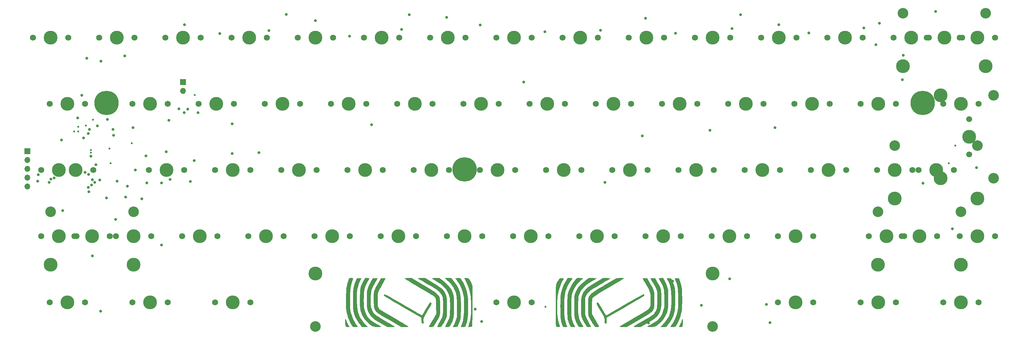
<source format=gbr>
%TF.GenerationSoftware,KiCad,Pcbnew,(6.0.10)*%
%TF.CreationDate,2023-01-19T12:44:57+01:00*%
%TF.ProjectId,SST60,53535436-302e-46b6-9963-61645f706362,0.1*%
%TF.SameCoordinates,Original*%
%TF.FileFunction,Soldermask,Top*%
%TF.FilePolarity,Negative*%
%FSLAX46Y46*%
G04 Gerber Fmt 4.6, Leading zero omitted, Abs format (unit mm)*
G04 Created by KiCad (PCBNEW (6.0.10)) date 2023-01-19 12:44:57*
%MOMM*%
%LPD*%
G01*
G04 APERTURE LIST*
%ADD10C,3.987800*%
%ADD11C,1.750000*%
%ADD12C,1.000000*%
%ADD13C,7.001300*%
%ADD14C,7.000240*%
%ADD15C,3.048000*%
%ADD16C,1.701800*%
%ADD17R,1.700000X1.700000*%
%ADD18O,1.700000X1.700000*%
%ADD19C,0.800000*%
%ADD20C,0.600000*%
G04 APERTURE END LIST*
%TO.C,G\u002A\u002A\u002A*%
G36*
X137606800Y-118447364D02*
G01*
X137689629Y-118469711D01*
X137637013Y-118578774D01*
X137490520Y-118849355D01*
X137267182Y-119250857D01*
X136984028Y-119752680D01*
X136658090Y-120324223D01*
X136635838Y-120363042D01*
X136294117Y-120975246D01*
X135985949Y-121557855D01*
X135731637Y-122070059D01*
X135551487Y-122471048D01*
X135467779Y-122710694D01*
X135427351Y-123006978D01*
X135395122Y-123468861D01*
X135373729Y-124040178D01*
X135365809Y-124664762D01*
X135366549Y-124866522D01*
X135383305Y-125649696D01*
X135426592Y-126247879D01*
X135507041Y-126697341D01*
X135635281Y-127034354D01*
X135821941Y-127295191D01*
X136077651Y-127516123D01*
X136159873Y-127573613D01*
X136335587Y-127683476D01*
X136680007Y-127890870D01*
X137169909Y-128182091D01*
X137782067Y-128543439D01*
X138493255Y-128961212D01*
X139280250Y-129421709D01*
X140119824Y-129911226D01*
X140296179Y-130013834D01*
X141133867Y-130502472D01*
X141915110Y-130960921D01*
X142618200Y-131376238D01*
X143221428Y-131735479D01*
X143703088Y-132025703D01*
X144041471Y-132233965D01*
X144214871Y-132347324D01*
X144229772Y-132359199D01*
X144275156Y-132428560D01*
X144212372Y-132473128D01*
X144010350Y-132497811D01*
X143638018Y-132507515D01*
X143286977Y-132508108D01*
X142181768Y-132505025D01*
X139020633Y-130680804D01*
X138106149Y-130153211D01*
X137363347Y-129724272D01*
X136772038Y-129381304D01*
X136312036Y-129111624D01*
X135963150Y-128902547D01*
X135705194Y-128741390D01*
X135517979Y-128615470D01*
X135381317Y-128512102D01*
X135275020Y-128418602D01*
X135178900Y-128322288D01*
X135072768Y-128210475D01*
X135048841Y-128185426D01*
X134802417Y-127913080D01*
X134611400Y-127651039D01*
X134468857Y-127366579D01*
X134367854Y-127026977D01*
X134301458Y-126599512D01*
X134262735Y-126051459D01*
X134244752Y-125350097D01*
X134240575Y-124462703D01*
X134240641Y-124371167D01*
X134241141Y-123670208D01*
X134249370Y-123120328D01*
X134277795Y-122677336D01*
X134338888Y-122297041D01*
X134445117Y-121935253D01*
X134608951Y-121547781D01*
X134842860Y-121090435D01*
X135159314Y-120519024D01*
X135496049Y-119922107D01*
X136308557Y-118480186D01*
X136999093Y-118447164D01*
X137357203Y-118438150D01*
X137606800Y-118447364D01*
G37*
G36*
X212080859Y-123179893D02*
G01*
X212099509Y-123389744D01*
X211977699Y-123609962D01*
X211938091Y-123646533D01*
X211810828Y-123728458D01*
X211509556Y-123910374D01*
X211052516Y-124181597D01*
X210457952Y-124531437D01*
X209744104Y-124949208D01*
X208929214Y-125424222D01*
X208031524Y-125945792D01*
X207069275Y-126503231D01*
X206530886Y-126814450D01*
X201300546Y-129835581D01*
X201279818Y-130535613D01*
X201267858Y-130924823D01*
X201257607Y-131232711D01*
X201252089Y-131374291D01*
X201151605Y-131478643D01*
X200967795Y-131512937D01*
X200755981Y-131465270D01*
X200681764Y-131374291D01*
X200679330Y-131194218D01*
X200682037Y-130870996D01*
X200687363Y-130570142D01*
X200689069Y-130344293D01*
X200673923Y-130147407D01*
X200627750Y-129947563D01*
X200536375Y-129712838D01*
X200385621Y-129411308D01*
X200161313Y-129011052D01*
X199849275Y-128480147D01*
X199497505Y-127890648D01*
X199077762Y-127181045D01*
X198766623Y-126635362D01*
X198552780Y-126230891D01*
X198424924Y-125944919D01*
X198371749Y-125754736D01*
X198379162Y-125644578D01*
X198531477Y-125445012D01*
X198743281Y-125448830D01*
X198938413Y-125606605D01*
X199047677Y-125763390D01*
X199245813Y-126076898D01*
X199511066Y-126511569D01*
X199821682Y-127031844D01*
X200091944Y-127492195D01*
X200413217Y-128038321D01*
X200697067Y-128510962D01*
X200924596Y-128879451D01*
X201076912Y-129113120D01*
X201133611Y-129182877D01*
X201237151Y-129128384D01*
X201514630Y-128971963D01*
X201948531Y-128723737D01*
X202521339Y-128393827D01*
X203215536Y-127992359D01*
X204013608Y-127529454D01*
X204898038Y-127015235D01*
X205851309Y-126459826D01*
X206461102Y-126103971D01*
X207451969Y-125528017D01*
X208388967Y-124988452D01*
X209254037Y-124495329D01*
X210029125Y-124058700D01*
X210696172Y-123688618D01*
X211237123Y-123395137D01*
X211633921Y-123188308D01*
X211868508Y-123078186D01*
X211923766Y-123062689D01*
X212080859Y-123179893D01*
G37*
G36*
X128233016Y-118438135D02*
G01*
X128318777Y-118508244D01*
X128316463Y-118668045D01*
X128232203Y-118953103D01*
X128072127Y-119398987D01*
X127983024Y-119644815D01*
X127781845Y-120308648D01*
X127627854Y-121064678D01*
X127518366Y-121939574D01*
X127450699Y-122960006D01*
X127422168Y-124152647D01*
X127425008Y-125190666D01*
X127436426Y-126000006D01*
X127451747Y-126629425D01*
X127474914Y-127120835D01*
X127509869Y-127516149D01*
X127560553Y-127857279D01*
X127630909Y-128186138D01*
X127724878Y-128544639D01*
X127748395Y-128629094D01*
X128003263Y-129411261D01*
X128323738Y-130200385D01*
X128681588Y-130937305D01*
X129048585Y-131562863D01*
X129329982Y-131943587D01*
X129541744Y-132202609D01*
X129677151Y-132390567D01*
X129703603Y-132445634D01*
X129602403Y-132478995D01*
X129337587Y-132502602D01*
X128981264Y-132511190D01*
X128258926Y-132511190D01*
X127887928Y-131928876D01*
X127476080Y-131241777D01*
X127146970Y-130587309D01*
X126881783Y-129912082D01*
X126661700Y-129162703D01*
X126467906Y-128285780D01*
X126325877Y-127496711D01*
X126297483Y-127199854D01*
X126276893Y-126723185D01*
X126263809Y-126108582D01*
X126257935Y-125397918D01*
X126258971Y-124633071D01*
X126266622Y-123855915D01*
X126280589Y-123108325D01*
X126300574Y-122432178D01*
X126326281Y-121869349D01*
X126357412Y-121461712D01*
X126369450Y-121364029D01*
X126478587Y-120757314D01*
X126635356Y-120068673D01*
X126816106Y-119392195D01*
X126997183Y-118821970D01*
X127032904Y-118724877D01*
X127117382Y-118553212D01*
X127245518Y-118463452D01*
X127481829Y-118429422D01*
X127772746Y-118424728D01*
X128053048Y-118422152D01*
X128233016Y-118438135D01*
G37*
G36*
X217996070Y-119284335D02*
G01*
X218258386Y-119810286D01*
X218515430Y-120394343D01*
X218715458Y-120918228D01*
X218730392Y-120962933D01*
X218816142Y-121235778D01*
X218881481Y-121487715D01*
X218929184Y-121754140D01*
X218962022Y-122070446D01*
X218982771Y-122472030D01*
X218994203Y-122994285D01*
X218999092Y-123672606D01*
X219000177Y-124405870D01*
X218996713Y-125369083D01*
X218981556Y-126148409D01*
X218948673Y-126781724D01*
X218892030Y-127306903D01*
X218805593Y-127761822D01*
X218683330Y-128184356D01*
X218519206Y-128612381D01*
X218307189Y-129083771D01*
X218228662Y-129249086D01*
X217966023Y-129747233D01*
X217669810Y-130190420D01*
X217290256Y-130646018D01*
X216870302Y-131087916D01*
X216313629Y-131627195D01*
X215840452Y-132013602D01*
X215400395Y-132271150D01*
X214943078Y-132423853D01*
X214418124Y-132495721D01*
X213884292Y-132511190D01*
X213431514Y-132500966D01*
X213106597Y-132473041D01*
X212947990Y-132431540D01*
X212940818Y-132410008D01*
X213060967Y-132314213D01*
X213328436Y-132144833D01*
X213694486Y-131932069D01*
X213862429Y-131838933D01*
X214837453Y-131269991D01*
X215625609Y-130720833D01*
X216255622Y-130158997D01*
X216756217Y-129552018D01*
X217156120Y-128867433D01*
X217484055Y-128072778D01*
X217649546Y-127558942D01*
X217727918Y-127277492D01*
X217785929Y-127008851D01*
X217825933Y-126715296D01*
X217850283Y-126359103D01*
X217861332Y-125902549D01*
X217861431Y-125307910D01*
X217852935Y-124537464D01*
X217850171Y-124342349D01*
X217831513Y-123406688D01*
X217799506Y-122651064D01*
X217744886Y-122033720D01*
X217658389Y-121512895D01*
X217530749Y-121046831D01*
X217352703Y-120593769D01*
X217114986Y-120111950D01*
X216808332Y-119559615D01*
X216776929Y-119504834D01*
X216542771Y-119092011D01*
X216356982Y-118754897D01*
X216243151Y-118536866D01*
X216218886Y-118478851D01*
X216319609Y-118450119D01*
X216581078Y-118430493D01*
X216874754Y-118424728D01*
X217530621Y-118424728D01*
X217996070Y-119284335D01*
G37*
G36*
X130617830Y-118450158D02*
G01*
X130672880Y-118517575D01*
X130644460Y-118652787D01*
X130639513Y-118668478D01*
X130528357Y-118925631D01*
X130352623Y-119247724D01*
X130301037Y-119331894D01*
X130167841Y-119605701D01*
X130005712Y-120032545D01*
X129836971Y-120549631D01*
X129709667Y-120995650D01*
X129586927Y-121471248D01*
X129498778Y-121866771D01*
X129439740Y-122235949D01*
X129404333Y-122632513D01*
X129387074Y-123110193D01*
X129382485Y-123722720D01*
X129383593Y-124192413D01*
X129409531Y-125386972D01*
X129475386Y-126470919D01*
X129578184Y-127416035D01*
X129714952Y-128194106D01*
X129860519Y-128716744D01*
X130257984Y-129618304D01*
X130793728Y-130519360D01*
X131418036Y-131345698D01*
X132067438Y-132011120D01*
X132639094Y-132511190D01*
X130827625Y-132511190D01*
X130450498Y-132039793D01*
X130020226Y-131464592D01*
X129552026Y-130774965D01*
X129281467Y-130348308D01*
X128952166Y-129694295D01*
X128664946Y-128861798D01*
X128413608Y-127832121D01*
X128362147Y-127575383D01*
X128331000Y-127303703D01*
X128303351Y-126850506D01*
X128280590Y-126256097D01*
X128264106Y-125560782D01*
X128255290Y-124804868D01*
X128254192Y-124445129D01*
X128263771Y-123339541D01*
X128296793Y-122418890D01*
X128358884Y-121647000D01*
X128455674Y-120987689D01*
X128592791Y-120404780D01*
X128775863Y-119862093D01*
X129010519Y-119323448D01*
X129069995Y-119201147D01*
X129426310Y-118480186D01*
X130073402Y-118446644D01*
X130433330Y-118432520D01*
X130617830Y-118450158D01*
G37*
G36*
X221500842Y-118446922D02*
G01*
X222124281Y-118480186D01*
X222372895Y-119201147D01*
X222550680Y-119735718D01*
X222691160Y-120216469D01*
X222798641Y-120680406D01*
X222877428Y-121164539D01*
X222931827Y-121705873D01*
X222966145Y-122341418D01*
X222984686Y-123108180D01*
X222991758Y-124043168D01*
X222992345Y-124525164D01*
X222989469Y-125504635D01*
X222979854Y-126293145D01*
X222962018Y-126921506D01*
X222934481Y-127420531D01*
X222895761Y-127821029D01*
X222844378Y-128153812D01*
X222809909Y-128320354D01*
X222396846Y-129774894D01*
X221853791Y-131060529D01*
X221550438Y-131610762D01*
X221043777Y-132455732D01*
X220295087Y-132488529D01*
X219920378Y-132495398D01*
X219651840Y-132482110D01*
X219546450Y-132451542D01*
X219546397Y-132450702D01*
X219612745Y-132333136D01*
X219782606Y-132109099D01*
X219920017Y-131943587D01*
X220229962Y-131512938D01*
X220565792Y-130933319D01*
X220895336Y-130269862D01*
X221186424Y-129587701D01*
X221406886Y-128951968D01*
X221420131Y-128906387D01*
X221565812Y-128366293D01*
X221677519Y-127865456D01*
X221758698Y-127363708D01*
X221812794Y-126820880D01*
X221843252Y-126196804D01*
X221853520Y-125451311D01*
X221847041Y-124544232D01*
X221838751Y-124026038D01*
X221817979Y-123075514D01*
X221789400Y-122305818D01*
X221746851Y-121675950D01*
X221684170Y-121144909D01*
X221595193Y-120671694D01*
X221473760Y-120215305D01*
X221313707Y-119734742D01*
X221113574Y-119201147D01*
X220986535Y-118858832D01*
X220900816Y-118601033D01*
X220877458Y-118502380D01*
X220977561Y-118459647D01*
X221236411Y-118441240D01*
X221500842Y-118446922D01*
G37*
G36*
X137433840Y-123133146D02*
G01*
X137584041Y-123180839D01*
X137801777Y-123275297D01*
X138102027Y-123424553D01*
X138499768Y-123636642D01*
X139009978Y-123919598D01*
X139647634Y-124281454D01*
X140427715Y-124730245D01*
X141365198Y-125274004D01*
X142475061Y-125920765D01*
X142766528Y-126090914D01*
X143755427Y-126667787D01*
X144686234Y-127209687D01*
X145541469Y-127706511D01*
X146303655Y-128148158D01*
X146955314Y-128524527D01*
X147478967Y-128825516D01*
X147857137Y-129041023D01*
X148072345Y-129160948D01*
X148116389Y-129182877D01*
X148187515Y-129092117D01*
X148350365Y-128839741D01*
X148586046Y-128456414D01*
X148875661Y-127972807D01*
X149158056Y-127492195D01*
X149489488Y-126928608D01*
X149793199Y-126421785D01*
X150047435Y-126007287D01*
X150230443Y-125720671D01*
X150311587Y-125606605D01*
X150546750Y-125433286D01*
X150750592Y-125465722D01*
X150871391Y-125646073D01*
X150877859Y-125767211D01*
X150821146Y-125960858D01*
X150689780Y-126249996D01*
X150472290Y-126657607D01*
X150157203Y-127206673D01*
X149751886Y-127888799D01*
X149351826Y-128556989D01*
X149051971Y-129067057D01*
X148838125Y-129450940D01*
X148696091Y-129740576D01*
X148611672Y-129967903D01*
X148570672Y-130164858D01*
X148558894Y-130363378D01*
X148561476Y-130566799D01*
X148568424Y-130947959D01*
X148570483Y-131247335D01*
X148568236Y-131374291D01*
X148473834Y-131484317D01*
X148281246Y-131507002D01*
X148097533Y-131439165D01*
X148052707Y-131389619D01*
X148011087Y-131220489D01*
X147978353Y-130902238D01*
X147962973Y-130551253D01*
X147949454Y-129836204D01*
X142636505Y-126764745D01*
X141640636Y-126186728D01*
X140701201Y-125637026D01*
X139836083Y-125126406D01*
X139063159Y-124665630D01*
X138400310Y-124265464D01*
X137865415Y-123936672D01*
X137476355Y-123690018D01*
X137251008Y-123536266D01*
X137201571Y-123492685D01*
X137144843Y-123301997D01*
X137276135Y-123145919D01*
X137336197Y-123124184D01*
X137433840Y-123133146D01*
G37*
G36*
X161283608Y-118435108D02*
G01*
X161502236Y-118491964D01*
X161662945Y-118633863D01*
X161809193Y-118841113D01*
X162000587Y-119172357D01*
X162215286Y-119605766D01*
X162369148Y-119957420D01*
X162653552Y-120657342D01*
X162647906Y-126436484D01*
X162644691Y-127874929D01*
X162637961Y-129099115D01*
X162627552Y-130116591D01*
X162613302Y-130934905D01*
X162595046Y-131561607D01*
X162572621Y-132004246D01*
X162545865Y-132270370D01*
X162519613Y-132363408D01*
X162376829Y-132430328D01*
X162118136Y-132484393D01*
X161822054Y-132517578D01*
X161567107Y-132521861D01*
X161431815Y-132489220D01*
X161425873Y-132475159D01*
X161458943Y-132360474D01*
X161546223Y-132091060D01*
X161669822Y-131721977D01*
X161688236Y-131667749D01*
X161832611Y-131176144D01*
X161975034Y-130579890D01*
X162088312Y-129994731D01*
X162103222Y-129901378D01*
X162162132Y-129367307D01*
X162205804Y-128665913D01*
X162234253Y-127847201D01*
X162247490Y-126961176D01*
X162245529Y-126057843D01*
X162228381Y-125187205D01*
X162196061Y-124399268D01*
X162148579Y-123744035D01*
X162101557Y-123360535D01*
X161850615Y-122206068D01*
X161472765Y-121005639D01*
X161003067Y-119864862D01*
X160812826Y-119478664D01*
X160600909Y-119065465D01*
X160434136Y-118731334D01*
X160334745Y-118521326D01*
X160316703Y-118473528D01*
X160417038Y-118446766D01*
X160675786Y-118429040D01*
X160925173Y-118424728D01*
X161283608Y-118435108D01*
G37*
G36*
X158875291Y-118429946D02*
G01*
X159113498Y-118466332D01*
X159269732Y-118564985D01*
X159413923Y-118757002D01*
X159485592Y-118869610D01*
X160025016Y-119774568D01*
X160460596Y-120631680D01*
X160801917Y-121479751D01*
X161058564Y-122357585D01*
X161240123Y-123303987D01*
X161356180Y-124357761D01*
X161416319Y-125557712D01*
X161430620Y-126743505D01*
X161420108Y-127842873D01*
X161387559Y-128760069D01*
X161328695Y-129534042D01*
X161239241Y-130203743D01*
X161114921Y-130808122D01*
X160951458Y-131386127D01*
X160905481Y-131526583D01*
X160593996Y-132455732D01*
X159956223Y-132488996D01*
X159613874Y-132497901D01*
X159382383Y-132486791D01*
X159318450Y-132465373D01*
X159355967Y-132339078D01*
X159452771Y-132072820D01*
X159547307Y-131827870D01*
X159773877Y-131192175D01*
X159948979Y-130547938D01*
X160077874Y-129855772D01*
X160165823Y-129076295D01*
X160218088Y-128170120D01*
X160239929Y-127097863D01*
X160241343Y-126632588D01*
X160235279Y-125665557D01*
X160217456Y-124886812D01*
X160186084Y-124263028D01*
X160139375Y-123760882D01*
X160075537Y-123347047D01*
X160061004Y-123274101D01*
X159805492Y-122313124D01*
X159442301Y-121325228D01*
X159003976Y-120386042D01*
X158523066Y-119571197D01*
X158380735Y-119369561D01*
X158112993Y-119001848D01*
X157904190Y-118704288D01*
X157783665Y-118519249D01*
X157765611Y-118481258D01*
X157866797Y-118452442D01*
X158131494Y-118432076D01*
X158485181Y-118424728D01*
X158875291Y-118429946D01*
G37*
G36*
X135278554Y-118454489D02*
G01*
X135360371Y-118483066D01*
X135307275Y-118598077D01*
X135160990Y-118869138D01*
X134941026Y-119261225D01*
X134666889Y-119739311D01*
X134517701Y-119996061D01*
X134144039Y-120661934D01*
X133858921Y-121246411D01*
X133651058Y-121797741D01*
X133509162Y-122364175D01*
X133421944Y-122993963D01*
X133378116Y-123735355D01*
X133366389Y-124636601D01*
X133367261Y-124913374D01*
X133373444Y-125569749D01*
X133388531Y-126057848D01*
X133419765Y-126431221D01*
X133474387Y-126743420D01*
X133559639Y-127047996D01*
X133682763Y-127398501D01*
X133715105Y-127485628D01*
X133947838Y-128043018D01*
X134185858Y-128452419D01*
X134471542Y-128784555D01*
X134522873Y-128833723D01*
X134746859Y-129009096D01*
X135132316Y-129273114D01*
X135647413Y-129605587D01*
X136260320Y-129986324D01*
X136939207Y-130395137D01*
X137533116Y-130743118D01*
X138220372Y-131142641D01*
X138849479Y-131512217D01*
X139393191Y-131835528D01*
X139824261Y-132096261D01*
X140115444Y-132278102D01*
X140236759Y-132362054D01*
X140280603Y-132430171D01*
X140213321Y-132473875D01*
X140004257Y-132497878D01*
X139622754Y-132506898D01*
X139293964Y-132507063D01*
X138188755Y-132502935D01*
X136525000Y-131570337D01*
X135971512Y-131258572D01*
X135482779Y-130980424D01*
X135092957Y-130755558D01*
X134836199Y-130603642D01*
X134750327Y-130548483D01*
X134175615Y-130071633D01*
X133742426Y-129673909D01*
X133407603Y-129311544D01*
X133127990Y-128940766D01*
X133050453Y-128824474D01*
X132802975Y-128417492D01*
X132611171Y-128025185D01*
X132468228Y-127611086D01*
X132367333Y-127138731D01*
X132301673Y-126571654D01*
X132264434Y-125873390D01*
X132248805Y-125007475D01*
X132246980Y-124524107D01*
X132247864Y-123746890D01*
X132254274Y-123151515D01*
X132269840Y-122697998D01*
X132298191Y-122346356D01*
X132342956Y-122056605D01*
X132407765Y-121788760D01*
X132496248Y-121502838D01*
X132530607Y-121399648D01*
X132716917Y-120917801D01*
X132976129Y-120341152D01*
X133264815Y-119763788D01*
X133400484Y-119515117D01*
X133985009Y-118480186D01*
X134672690Y-118447164D01*
X135029919Y-118440107D01*
X135278554Y-118454489D01*
G37*
G36*
X151199721Y-119717859D02*
G01*
X152119865Y-120273567D01*
X152863888Y-120750479D01*
X153454932Y-121167287D01*
X153916140Y-121542685D01*
X154270655Y-121895363D01*
X154541622Y-122244015D01*
X154734868Y-122573088D01*
X154913240Y-122935823D01*
X155051962Y-123267245D01*
X155156007Y-123602453D01*
X155230349Y-123976546D01*
X155279962Y-124424622D01*
X155309819Y-124981780D01*
X155324895Y-125683119D01*
X155330162Y-126563737D01*
X155330490Y-126776288D01*
X155333340Y-129415621D01*
X155026840Y-130103799D01*
X154814393Y-130540707D01*
X154535795Y-131060372D01*
X154246464Y-131559994D01*
X154207414Y-131623854D01*
X153694489Y-132455732D01*
X153068041Y-132488996D01*
X152729200Y-132496375D01*
X152501722Y-132481005D01*
X152441594Y-132455921D01*
X152494865Y-132339806D01*
X152639741Y-132073542D01*
X152853817Y-131697271D01*
X153102998Y-131270896D01*
X153445816Y-130679528D01*
X153710483Y-130179486D01*
X153906581Y-129727876D01*
X154043694Y-129281805D01*
X154131403Y-128798379D01*
X154179292Y-128234704D01*
X154196943Y-127547886D01*
X154193939Y-126695032D01*
X154190478Y-126403144D01*
X154179712Y-125618020D01*
X154167583Y-125019854D01*
X154150097Y-124573787D01*
X154123259Y-124244960D01*
X154083076Y-123998512D01*
X154025552Y-123799585D01*
X153946695Y-123613317D01*
X153848204Y-123415994D01*
X153439613Y-122765738D01*
X152899701Y-122177659D01*
X152198344Y-121623924D01*
X151332424Y-121091700D01*
X150636542Y-120701598D01*
X149928102Y-120299630D01*
X149235273Y-119902257D01*
X148586227Y-119525942D01*
X148009132Y-119187147D01*
X147532161Y-118902333D01*
X147183482Y-118687963D01*
X146991267Y-118560499D01*
X146967684Y-118541037D01*
X146990188Y-118483073D01*
X147203169Y-118445626D01*
X147618708Y-118427242D01*
X147933214Y-118424728D01*
X149015053Y-118424728D01*
X151199721Y-119717859D01*
G37*
G36*
X197733457Y-118433796D02*
G01*
X198083060Y-118458248D01*
X198284233Y-118493950D01*
X198314060Y-118522257D01*
X198200701Y-118611442D01*
X197932183Y-118787680D01*
X197545693Y-119027505D01*
X197078417Y-119307453D01*
X196951788Y-119381864D01*
X195943542Y-120022692D01*
X195124729Y-120662038D01*
X194465149Y-121329607D01*
X193934605Y-122055107D01*
X193583817Y-122695033D01*
X193102408Y-123693286D01*
X193065228Y-126244378D01*
X193057626Y-127283441D01*
X193072725Y-128137975D01*
X193117387Y-128844722D01*
X193198474Y-129440419D01*
X193322846Y-129961808D01*
X193497366Y-130445629D01*
X193728895Y-130928620D01*
X194024293Y-131447521D01*
X194042647Y-131478027D01*
X194278444Y-131875239D01*
X194463272Y-132198290D01*
X194571906Y-132402457D01*
X194590065Y-132448551D01*
X194489376Y-132481881D01*
X194228113Y-132504600D01*
X193937728Y-132511190D01*
X193560766Y-132501038D01*
X193327934Y-132450344D01*
X193161762Y-132328748D01*
X193017836Y-132150710D01*
X192788341Y-131771642D01*
X192540764Y-131250190D01*
X192305866Y-130660361D01*
X192114411Y-130076159D01*
X192044569Y-129809223D01*
X192003245Y-129511770D01*
X191969130Y-129019105D01*
X191943224Y-128357764D01*
X191926529Y-127554283D01*
X191920043Y-126635198D01*
X191920004Y-126505010D01*
X191922125Y-125623974D01*
X191929012Y-124931020D01*
X191942841Y-124392414D01*
X191965790Y-123974418D01*
X192000034Y-123643296D01*
X192047749Y-123365313D01*
X192111113Y-123106733D01*
X192147357Y-122980833D01*
X192526359Y-122054603D01*
X193098173Y-121135070D01*
X193835446Y-120256104D01*
X194710825Y-119451571D01*
X195414857Y-118935023D01*
X196184189Y-118424728D01*
X197279263Y-118424728D01*
X197733457Y-118433796D01*
G37*
G36*
X206058951Y-118421019D02*
G01*
X206223174Y-118462832D01*
X206231354Y-118480186D01*
X206138444Y-118572271D01*
X205886417Y-118751091D01*
X205509295Y-118994252D01*
X205041097Y-119279360D01*
X204816956Y-119411190D01*
X203407155Y-120235352D01*
X202120833Y-120994643D01*
X200966624Y-121683733D01*
X199953160Y-122297292D01*
X199089076Y-122829991D01*
X198383004Y-123276499D01*
X197843580Y-123631488D01*
X197479436Y-123889626D01*
X197299205Y-124045585D01*
X197289806Y-124057970D01*
X197218422Y-124186576D01*
X197164568Y-124354866D01*
X197125206Y-124595394D01*
X197097301Y-124940715D01*
X197077818Y-125423382D01*
X197063722Y-126075951D01*
X197056641Y-126558432D01*
X197027584Y-128758075D01*
X197880896Y-130218694D01*
X198195294Y-130753557D01*
X198485876Y-131241881D01*
X198727160Y-131641279D01*
X198893664Y-131909363D01*
X198935935Y-131973728D01*
X199097963Y-132249039D01*
X199103314Y-132411955D01*
X198931259Y-132490111D01*
X198561072Y-132511142D01*
X198532798Y-132511190D01*
X198154372Y-132494241D01*
X197923788Y-132428042D01*
X197768607Y-132289568D01*
X197747708Y-132261627D01*
X197511780Y-131915708D01*
X197226991Y-131469406D01*
X196921085Y-130969721D01*
X196621809Y-130463650D01*
X196356908Y-129998193D01*
X196154127Y-129620350D01*
X196041212Y-129377118D01*
X196035920Y-129361973D01*
X195991037Y-129106766D01*
X195955114Y-128654363D01*
X195929270Y-128029262D01*
X195914622Y-127255960D01*
X195911630Y-126638893D01*
X195912525Y-125859871D01*
X195917108Y-125268329D01*
X195928879Y-124829909D01*
X195951338Y-124510258D01*
X195987986Y-124275019D01*
X196042322Y-124089837D01*
X196117848Y-123920358D01*
X196205407Y-123755472D01*
X196462004Y-123354188D01*
X196771589Y-122962739D01*
X196903068Y-122823805D01*
X197093274Y-122675901D01*
X197450622Y-122433540D01*
X197949780Y-122112557D01*
X198565416Y-121728784D01*
X199272198Y-121298055D01*
X200044793Y-120836204D01*
X200690502Y-120456549D01*
X204073472Y-118482258D01*
X205155119Y-118425763D01*
X205697124Y-118408369D01*
X206058951Y-118421019D01*
G37*
G36*
X191131623Y-118432482D02*
G01*
X191390848Y-118452769D01*
X191484389Y-118479875D01*
X191423197Y-118589018D01*
X191261059Y-118828514D01*
X191030130Y-119151248D01*
X190973417Y-119228564D01*
X190462153Y-119987817D01*
X190039187Y-120775114D01*
X189654587Y-121684123D01*
X189630233Y-121748310D01*
X189452691Y-122256616D01*
X189314218Y-122753818D01*
X189210394Y-123277310D01*
X189136797Y-123864488D01*
X189089005Y-124552748D01*
X189062598Y-125379487D01*
X189053153Y-126382099D01*
X189052912Y-126631078D01*
X189064247Y-127788809D01*
X189100751Y-128761583D01*
X189166914Y-129585311D01*
X189267226Y-130295903D01*
X189406178Y-130929271D01*
X189588260Y-131521324D01*
X189702693Y-131827870D01*
X189827762Y-132153578D01*
X189910888Y-132386157D01*
X189931550Y-132459838D01*
X189831154Y-132487856D01*
X189571973Y-132506508D01*
X189315847Y-132511190D01*
X188960847Y-132503493D01*
X188758109Y-132456982D01*
X188638094Y-132336525D01*
X188535407Y-132116922D01*
X188413155Y-131765525D01*
X188294533Y-131332975D01*
X188252588Y-131146398D01*
X188161726Y-130708865D01*
X188069972Y-130275933D01*
X188037667Y-130126474D01*
X188004562Y-129855043D01*
X187978013Y-129399279D01*
X187957954Y-128796585D01*
X187944320Y-128084362D01*
X187937043Y-127300012D01*
X187936057Y-126480939D01*
X187941295Y-125664544D01*
X187952692Y-124888230D01*
X187970180Y-124189398D01*
X187993693Y-123605451D01*
X188023166Y-123173792D01*
X188050386Y-122966189D01*
X188404246Y-121677002D01*
X188941970Y-120359255D01*
X189641293Y-119066359D01*
X189747190Y-118896125D01*
X190045250Y-118424728D01*
X190764819Y-118424728D01*
X191131623Y-118432482D01*
G37*
G36*
X219140871Y-118444945D02*
G01*
X219173630Y-118446644D01*
X219541410Y-118474365D01*
X219762378Y-118535691D01*
X219911459Y-118670685D01*
X220063581Y-118919414D01*
X220066066Y-118923854D01*
X220237160Y-119290660D01*
X220431239Y-119800341D01*
X220624087Y-120379015D01*
X220791488Y-120952803D01*
X220909225Y-121447824D01*
X220929094Y-121556802D01*
X220948245Y-121783237D01*
X220964848Y-122194843D01*
X220978162Y-122754961D01*
X220987444Y-123426935D01*
X220991950Y-124174107D01*
X220992013Y-124662478D01*
X220987162Y-125573414D01*
X220975585Y-126299004D01*
X220955118Y-126875688D01*
X220923593Y-127339908D01*
X220878845Y-127728104D01*
X220818707Y-128076717D01*
X220777729Y-128267231D01*
X220463365Y-129278928D01*
X219992758Y-130311938D01*
X219407573Y-131287359D01*
X218749475Y-132126290D01*
X218727021Y-132150710D01*
X218547797Y-132331640D01*
X218381761Y-132438969D01*
X218164677Y-132491874D01*
X217832310Y-132509531D01*
X217519500Y-132511190D01*
X216645290Y-132511190D01*
X217408124Y-131762500D01*
X217963733Y-131167087D01*
X218477464Y-130523750D01*
X218903804Y-129893935D01*
X219189176Y-129357818D01*
X219278294Y-129108294D01*
X219399424Y-128709911D01*
X219532769Y-128229508D01*
X219600395Y-127969356D01*
X219692635Y-127586233D01*
X219761231Y-127238069D01*
X219809616Y-126881550D01*
X219841222Y-126473367D01*
X219859483Y-125970209D01*
X219867832Y-125328763D01*
X219869709Y-124571578D01*
X219863771Y-123634832D01*
X219845030Y-122894128D01*
X219812095Y-122323967D01*
X219763572Y-121898852D01*
X219709369Y-121633757D01*
X219618741Y-121250878D01*
X219560002Y-120921621D01*
X219547714Y-120784746D01*
X219498534Y-120552722D01*
X219373392Y-120199202D01*
X219203526Y-119796903D01*
X219020173Y-119418541D01*
X218854571Y-119136833D01*
X218819767Y-119090230D01*
X218678018Y-118848375D01*
X218607402Y-118668478D01*
X218575705Y-118526230D01*
X218623190Y-118453649D01*
X218796148Y-118432599D01*
X219140871Y-118444945D01*
G37*
G36*
X212250907Y-118447164D02*
G01*
X212941443Y-118480186D01*
X213753951Y-119922107D01*
X214148933Y-120622708D01*
X214450953Y-121172321D01*
X214672480Y-121615137D01*
X214825982Y-121995348D01*
X214923930Y-122357143D01*
X214978792Y-122744714D01*
X215003039Y-123202251D01*
X215009139Y-123773945D01*
X215009359Y-124371167D01*
X215005857Y-125051421D01*
X214994884Y-125683425D01*
X214977813Y-126222089D01*
X214956016Y-126622322D01*
X214934812Y-126819926D01*
X214863422Y-127140233D01*
X214760808Y-127430205D01*
X214609327Y-127704460D01*
X214391339Y-127977619D01*
X214089202Y-128264301D01*
X213685275Y-128579126D01*
X213161916Y-128936712D01*
X212501484Y-129351680D01*
X211686338Y-129838648D01*
X210698836Y-130412237D01*
X210375953Y-130597872D01*
X207042727Y-132511190D01*
X205951855Y-132511190D01*
X205431532Y-132503898D01*
X205112728Y-132480346D01*
X204975554Y-132438019D01*
X204983424Y-132388749D01*
X205102474Y-132308482D01*
X205393000Y-132128836D01*
X205834691Y-131861916D01*
X206407236Y-131519827D01*
X207090324Y-131114674D01*
X207863646Y-130658560D01*
X208706891Y-130163592D01*
X209248183Y-129847020D01*
X210302762Y-129233159D01*
X211184232Y-128719370D01*
X211908065Y-128288897D01*
X212489732Y-127924985D01*
X212944702Y-127610880D01*
X213288448Y-127329827D01*
X213536440Y-127065071D01*
X213704148Y-126799857D01*
X213807043Y-126517431D01*
X213860597Y-126201036D01*
X213880279Y-125833919D01*
X213881561Y-125399325D01*
X213879914Y-124880498D01*
X213880142Y-124830606D01*
X213877746Y-124014292D01*
X213850444Y-123357490D01*
X213783311Y-122807381D01*
X213661421Y-122311144D01*
X213469849Y-121815959D01*
X213193667Y-121269008D01*
X212817951Y-120617471D01*
X212576283Y-120216502D01*
X212247751Y-119671895D01*
X211963480Y-119194009D01*
X211741990Y-118814523D01*
X211601797Y-118565111D01*
X211560371Y-118478671D01*
X211661144Y-118450028D01*
X211923925Y-118439271D01*
X212250907Y-118447164D01*
G37*
G36*
X223182323Y-130282317D02*
G01*
X223218139Y-130546581D01*
X223232213Y-130917596D01*
X223225842Y-131338493D01*
X223200320Y-131752399D01*
X223156943Y-132102443D01*
X223097005Y-132331754D01*
X223073603Y-132371491D01*
X222930691Y-132439630D01*
X222678945Y-132491615D01*
X222401098Y-132519006D01*
X222179881Y-132513362D01*
X222097489Y-132471086D01*
X222141460Y-132359897D01*
X222259532Y-132094366D01*
X222430940Y-131720675D01*
X222541157Y-131484218D01*
X222735525Y-131051369D01*
X222886617Y-130680483D01*
X222972816Y-130426356D01*
X222984825Y-130359694D01*
X223055171Y-130205023D01*
X223123472Y-130181678D01*
X223182323Y-130282317D01*
G37*
G36*
X214576986Y-118447164D02*
G01*
X215264343Y-118480186D01*
X215959532Y-119700273D01*
X216272629Y-120254055D01*
X216515924Y-120710473D01*
X216698215Y-121109839D01*
X216828301Y-121492464D01*
X216914982Y-121898659D01*
X216967055Y-122368735D01*
X216993321Y-122943003D01*
X217002577Y-123661773D01*
X217003635Y-124483693D01*
X216998347Y-125442947D01*
X216978227Y-126215643D01*
X216936423Y-126836915D01*
X216866086Y-127341896D01*
X216760364Y-127765718D01*
X216612407Y-128143515D01*
X216415364Y-128510420D01*
X216162386Y-128901566D01*
X216134153Y-128942776D01*
X215820410Y-129356349D01*
X215459087Y-129739831D01*
X215019870Y-130116645D01*
X214472445Y-130510209D01*
X213786496Y-130943946D01*
X212931711Y-131441276D01*
X212815252Y-131506959D01*
X211029838Y-132511190D01*
X209941917Y-132511190D01*
X209394677Y-132501218D01*
X209066384Y-132471147D01*
X208955041Y-132420750D01*
X208965615Y-132399571D01*
X209086835Y-132317096D01*
X209375039Y-132138438D01*
X209805230Y-131878558D01*
X210352412Y-131552420D01*
X210991585Y-131174985D01*
X211697755Y-130761215D01*
X211893244Y-130647202D01*
X212707612Y-130171496D01*
X213353269Y-129789846D01*
X213853835Y-129485763D01*
X214232929Y-129242762D01*
X214514170Y-129044354D01*
X214721178Y-128874054D01*
X214877572Y-128715373D01*
X215006971Y-128551825D01*
X215109955Y-128401835D01*
X215332691Y-128044989D01*
X215503712Y-127706900D01*
X215630455Y-127349719D01*
X215720355Y-126935599D01*
X215780848Y-126426693D01*
X215819370Y-125785153D01*
X215843355Y-124973131D01*
X215849789Y-124636081D01*
X215861353Y-123793554D01*
X215855488Y-123125415D01*
X215820656Y-122584300D01*
X215745319Y-122122841D01*
X215617939Y-121693671D01*
X215426975Y-121249424D01*
X215160891Y-120742733D01*
X214808148Y-120126233D01*
X214710297Y-119958357D01*
X214420706Y-119457632D01*
X214175937Y-119025912D01*
X213995764Y-118698745D01*
X213899961Y-118511676D01*
X213889629Y-118483066D01*
X213990367Y-118452095D01*
X214252962Y-118439789D01*
X214576986Y-118447164D01*
G37*
G36*
X156992641Y-118951583D02*
G01*
X157672637Y-119805926D01*
X158253843Y-120705982D01*
X158673292Y-121543120D01*
X158861967Y-122021489D01*
X159011409Y-122481208D01*
X159125941Y-122956729D01*
X159209885Y-123482505D01*
X159267562Y-124092989D01*
X159303297Y-124822634D01*
X159321410Y-125705892D01*
X159326232Y-126747533D01*
X159322911Y-127743045D01*
X159310362Y-128551584D01*
X159284245Y-129207957D01*
X159240216Y-129746970D01*
X159173935Y-130203431D01*
X159081060Y-130612146D01*
X158957248Y-131007923D01*
X158798157Y-131425569D01*
X158718598Y-131618689D01*
X158368641Y-132455732D01*
X157678917Y-132488754D01*
X157321045Y-132497730D01*
X157071720Y-132488398D01*
X156989192Y-132465950D01*
X157045864Y-132347864D01*
X157187861Y-132119029D01*
X157251192Y-132024046D01*
X157405638Y-131740779D01*
X157590497Y-131319935D01*
X157773635Y-130836773D01*
X157833506Y-130660387D01*
X158153821Y-129682806D01*
X158153039Y-126632588D01*
X158150745Y-125645689D01*
X158141282Y-124847865D01*
X158119942Y-124206370D01*
X158082019Y-123688458D01*
X158022803Y-123261385D01*
X157937587Y-122892404D01*
X157821663Y-122548769D01*
X157670324Y-122197735D01*
X157478860Y-121806557D01*
X157451381Y-121752238D01*
X157124945Y-121125072D01*
X156847308Y-120644074D01*
X156577374Y-120252608D01*
X156274043Y-119894040D01*
X155896219Y-119511735D01*
X155669613Y-119296871D01*
X154738244Y-118424728D01*
X156526671Y-118424728D01*
X156992641Y-118951583D01*
G37*
G36*
X201750484Y-118433896D02*
G01*
X202092062Y-118458575D01*
X202283874Y-118494519D01*
X202308074Y-118520638D01*
X202200347Y-118599371D01*
X201925513Y-118774139D01*
X201508463Y-119029861D01*
X200974089Y-119351454D01*
X200347281Y-119723836D01*
X199652931Y-120131926D01*
X199536918Y-120199709D01*
X198802020Y-120634309D01*
X198103055Y-121058084D01*
X197471210Y-121451321D01*
X196937670Y-121794311D01*
X196533622Y-122067343D01*
X196290252Y-122250708D01*
X196286253Y-122254186D01*
X195869883Y-122696077D01*
X195506273Y-123217766D01*
X195420006Y-123375770D01*
X195092545Y-124026038D01*
X195060803Y-126402010D01*
X195054726Y-127411581D01*
X195066436Y-128200800D01*
X195095961Y-128770438D01*
X195143328Y-129121265D01*
X195157982Y-129174936D01*
X195257668Y-129416844D01*
X195441436Y-129804350D01*
X195685453Y-130289237D01*
X195965889Y-130823286D01*
X196047654Y-130974994D01*
X196318622Y-131479145D01*
X196547012Y-131912440D01*
X196713936Y-132238388D01*
X196800504Y-132420499D01*
X196808406Y-132444645D01*
X196708093Y-132481162D01*
X196449435Y-132505333D01*
X196200919Y-132511190D01*
X195828335Y-132495995D01*
X195607004Y-132435276D01*
X195467523Y-132306336D01*
X195437835Y-132261627D01*
X195064452Y-131658412D01*
X194785904Y-131195696D01*
X194576437Y-130827781D01*
X194410294Y-130508973D01*
X194261719Y-130193577D01*
X194221595Y-130103799D01*
X194125626Y-129882793D01*
X194052256Y-129686433D01*
X193998448Y-129481612D01*
X193961170Y-129235224D01*
X193937386Y-128914160D01*
X193924061Y-128485315D01*
X193918162Y-127915581D01*
X193916653Y-127171853D01*
X193916598Y-126776288D01*
X193918402Y-125918206D01*
X193925322Y-125248698D01*
X193939559Y-124734526D01*
X193963312Y-124342448D01*
X193998779Y-124039225D01*
X194048159Y-123791616D01*
X194113652Y-123566382D01*
X194132681Y-123510020D01*
X194314390Y-123013060D01*
X194487500Y-122638781D01*
X194700110Y-122303991D01*
X195000323Y-121925498D01*
X195151167Y-121748506D01*
X195362583Y-121522230D01*
X195614331Y-121296328D01*
X195934623Y-121051026D01*
X196351668Y-120766548D01*
X196893677Y-120423120D01*
X197588858Y-120000965D01*
X197959706Y-119779729D01*
X200239804Y-118424728D01*
X201303577Y-118424728D01*
X201750484Y-118433896D01*
G37*
G36*
X153911572Y-118989521D02*
G01*
X154954050Y-119794870D01*
X155835675Y-120714571D01*
X156538361Y-121726118D01*
X157044023Y-122807001D01*
X157093984Y-122950360D01*
X157167117Y-123185261D01*
X157223369Y-123420434D01*
X157264946Y-123688563D01*
X157294055Y-124022333D01*
X157312901Y-124454428D01*
X157323691Y-125017533D01*
X157328632Y-125744333D01*
X157329843Y-126444481D01*
X157326674Y-127420492D01*
X157314941Y-128204179D01*
X157293236Y-128824936D01*
X157260151Y-129312158D01*
X157214277Y-129695239D01*
X157160611Y-129976481D01*
X156886776Y-130879676D01*
X156514243Y-131698441D01*
X156232949Y-132150710D01*
X156061397Y-132361855D01*
X155883544Y-132469215D01*
X155617157Y-132507273D01*
X155373342Y-132511190D01*
X155041534Y-132501839D01*
X154822707Y-132477744D01*
X154770851Y-132455004D01*
X154818477Y-132340120D01*
X154948217Y-132068511D01*
X155140368Y-131680536D01*
X155375227Y-131216557D01*
X155380016Y-131207187D01*
X155634362Y-130678825D01*
X155857049Y-130159663D01*
X156021644Y-129714778D01*
X156095935Y-129444688D01*
X156135104Y-129107913D01*
X156165044Y-128597001D01*
X156185751Y-127958711D01*
X156197220Y-127239803D01*
X156199445Y-126487035D01*
X156192423Y-125747167D01*
X156176147Y-125066958D01*
X156150613Y-124493168D01*
X156115816Y-124072554D01*
X156096516Y-123942423D01*
X155994615Y-123566578D01*
X155823240Y-123089339D01*
X155616831Y-122605304D01*
X155585802Y-122539677D01*
X155110003Y-121738369D01*
X154470347Y-120988975D01*
X153649186Y-120274526D01*
X152628872Y-119578055D01*
X152301220Y-119381692D01*
X151818677Y-119095606D01*
X151407539Y-118843616D01*
X151104979Y-118649123D01*
X150948172Y-118535528D01*
X150935940Y-118522257D01*
X151012410Y-118481257D01*
X151266782Y-118448752D01*
X151655168Y-118428893D01*
X151967783Y-118424728D01*
X153059902Y-118424728D01*
X153911572Y-118989521D01*
G37*
G36*
X188706560Y-118449049D02*
G01*
X188908035Y-118521426D01*
X188920440Y-118682416D01*
X188757079Y-118950382D01*
X188710895Y-119010301D01*
X188508452Y-119339529D01*
X188274168Y-119835161D01*
X188026157Y-120447468D01*
X187782533Y-121126717D01*
X187561411Y-121823178D01*
X187380906Y-122487119D01*
X187284504Y-122926300D01*
X187204890Y-123381657D01*
X187145385Y-123825007D01*
X187103322Y-124300063D01*
X187076029Y-124850541D01*
X187060839Y-125520156D01*
X187055081Y-126352622D01*
X187054799Y-126688046D01*
X187061033Y-127744889D01*
X187081647Y-128616506D01*
X187120400Y-129339252D01*
X187181053Y-129949479D01*
X187267367Y-130483542D01*
X187383103Y-130977794D01*
X187532021Y-131468591D01*
X187557000Y-131542826D01*
X187686202Y-131934184D01*
X187781043Y-132243360D01*
X187823413Y-132410905D01*
X187824127Y-132419701D01*
X187728333Y-132483880D01*
X187493580Y-132509503D01*
X187198814Y-132499592D01*
X186922978Y-132457170D01*
X186745017Y-132385258D01*
X186737140Y-132378090D01*
X186705702Y-132289421D01*
X186679119Y-132082535D01*
X186657094Y-131744226D01*
X186639332Y-131261285D01*
X186625534Y-130620504D01*
X186615406Y-129808676D01*
X186608650Y-128812593D01*
X186604970Y-127619047D01*
X186604039Y-126448135D01*
X186603851Y-125130109D01*
X186604655Y-124013462D01*
X186608503Y-123077740D01*
X186617449Y-122302491D01*
X186633546Y-121667261D01*
X186658847Y-121151598D01*
X186695404Y-120735048D01*
X186745270Y-120397158D01*
X186810499Y-120117476D01*
X186893143Y-119875548D01*
X186995255Y-119650922D01*
X187118888Y-119423143D01*
X187266094Y-119171761D01*
X187348392Y-119032169D01*
X187539623Y-118721387D01*
X187699086Y-118553413D01*
X187906571Y-118479315D01*
X188241871Y-118450158D01*
X188302709Y-118446922D01*
X188706560Y-118449049D01*
G37*
G36*
X132723401Y-118435274D02*
G01*
X132961231Y-118462651D01*
X133031113Y-118493406D01*
X132977588Y-118616197D01*
X132837325Y-118871782D01*
X132642563Y-119201708D01*
X132246793Y-119905063D01*
X131937469Y-120587149D01*
X131705729Y-121288573D01*
X131542709Y-122049940D01*
X131439544Y-122911857D01*
X131387372Y-123914931D01*
X131376804Y-125000433D01*
X131385256Y-125732965D01*
X131407040Y-126299213D01*
X131447541Y-126754586D01*
X131512141Y-127154493D01*
X131606225Y-127554340D01*
X131635439Y-127662442D01*
X131945771Y-128578624D01*
X132348446Y-129366205D01*
X132869729Y-130054558D01*
X133535888Y-130673059D01*
X134373189Y-131251081D01*
X135304913Y-131766111D01*
X135850469Y-132047673D01*
X136198458Y-132246793D01*
X136351012Y-132377622D01*
X136310265Y-132454313D01*
X136078349Y-132491016D01*
X135657397Y-132501885D01*
X135415830Y-132502134D01*
X134849339Y-132491704D01*
X134439748Y-132456340D01*
X134122645Y-132386324D01*
X133833618Y-132271939D01*
X133807533Y-132259498D01*
X133439145Y-132026843D01*
X132987002Y-131659479D01*
X132496587Y-131202997D01*
X132013384Y-130702985D01*
X131582877Y-130205034D01*
X131250551Y-129754732D01*
X131159081Y-129604903D01*
X130955296Y-129186973D01*
X130740194Y-128656088D01*
X130554741Y-128114880D01*
X130526368Y-128019804D01*
X130434287Y-127687944D01*
X130365231Y-127387940D01*
X130315921Y-127079864D01*
X130283080Y-126723787D01*
X130263428Y-126279782D01*
X130253687Y-125707920D01*
X130250579Y-124968272D01*
X130250452Y-124659279D01*
X130256751Y-123629561D01*
X130280153Y-122783377D01*
X130327778Y-122082652D01*
X130406744Y-121489312D01*
X130524173Y-120965280D01*
X130687184Y-120472483D01*
X130902895Y-119972844D01*
X131178428Y-119428290D01*
X131255516Y-119284335D01*
X131719379Y-118424728D01*
X132375246Y-118424728D01*
X132723401Y-118435274D01*
G37*
G36*
X126189155Y-130279903D02*
G01*
X126311822Y-130531958D01*
X126418435Y-130820508D01*
X126595414Y-131268805D01*
X126818084Y-131713758D01*
X126945291Y-131921131D01*
X127127380Y-132197961D01*
X127242502Y-132395003D01*
X127263428Y-132447987D01*
X127167862Y-132500765D01*
X126933861Y-132515370D01*
X126640470Y-132497363D01*
X126366732Y-132452307D01*
X126191694Y-132385765D01*
X126176397Y-132371491D01*
X126118784Y-132205671D01*
X126072295Y-131896779D01*
X126038950Y-131501731D01*
X126020765Y-131077445D01*
X126019758Y-130680838D01*
X126037947Y-130368827D01*
X126077349Y-130198329D01*
X126098799Y-130182481D01*
X126189155Y-130279903D01*
G37*
G36*
X194037265Y-118437828D02*
G01*
X194343255Y-118473544D01*
X194476655Y-118526499D01*
X194479148Y-118535645D01*
X194412008Y-118643497D01*
X194391594Y-118646562D01*
X194276711Y-118716833D01*
X194040331Y-118905528D01*
X193722904Y-119179466D01*
X193527055Y-119355700D01*
X192721328Y-120235953D01*
X192035898Y-121290349D01*
X191482104Y-122499801D01*
X191246745Y-123194160D01*
X191196321Y-123432656D01*
X191157302Y-123788254D01*
X191128772Y-124282334D01*
X191109813Y-124936279D01*
X191099507Y-125771471D01*
X191096872Y-126688046D01*
X191098125Y-127592836D01*
X191102835Y-128307705D01*
X191113126Y-128864561D01*
X191131124Y-129295313D01*
X191158954Y-129631870D01*
X191198742Y-129906140D01*
X191252611Y-130150033D01*
X191322689Y-130395456D01*
X191349529Y-130481574D01*
X191528338Y-130987961D01*
X191743617Y-131512868D01*
X191925226Y-131895766D01*
X192248958Y-132511190D01*
X191592229Y-132511190D01*
X191218116Y-132502219D01*
X190999663Y-132458701D01*
X190870908Y-132355731D01*
X190784357Y-132206169D01*
X190538353Y-131652523D01*
X190301704Y-131022748D01*
X190112444Y-130422641D01*
X190041520Y-130139833D01*
X190002980Y-129839787D01*
X189972239Y-129357555D01*
X189949262Y-128732650D01*
X189934013Y-128004581D01*
X189926458Y-127212860D01*
X189926562Y-126396997D01*
X189934290Y-125596504D01*
X189949608Y-124850890D01*
X189972480Y-124199667D01*
X190002871Y-123682346D01*
X190040747Y-123338438D01*
X190047553Y-123301885D01*
X190385110Y-122123405D01*
X190902148Y-120945923D01*
X191565730Y-119834375D01*
X192254285Y-118951583D01*
X192723329Y-118424728D01*
X193601239Y-118424728D01*
X194037265Y-118437828D01*
G37*
G36*
X148488183Y-120379522D02*
G01*
X149545114Y-121002965D01*
X150424635Y-121535794D01*
X151145002Y-121991921D01*
X151724471Y-122385258D01*
X152181299Y-122729714D01*
X152533740Y-123039203D01*
X152800050Y-123327634D01*
X152998486Y-123608919D01*
X153147304Y-123896970D01*
X153168212Y-123945769D01*
X153226114Y-124200631D01*
X153273188Y-124633927D01*
X153309092Y-125202509D01*
X153333481Y-125863223D01*
X153346012Y-126572920D01*
X153346342Y-127288447D01*
X153334125Y-127966655D01*
X153309019Y-128564392D01*
X153270679Y-129038507D01*
X153218763Y-129345849D01*
X153211421Y-129370028D01*
X153105949Y-129603804D01*
X152905142Y-129976920D01*
X152635196Y-130443134D01*
X152322306Y-130956203D01*
X152227954Y-131106087D01*
X151372015Y-132455732D01*
X150742175Y-132488996D01*
X150330577Y-132489085D01*
X150131910Y-132434838D01*
X150112336Y-132395202D01*
X150170716Y-132220820D01*
X150311396Y-131977633D01*
X150314064Y-131973728D01*
X150440562Y-131775170D01*
X150652801Y-131427064D01*
X150925300Y-130971797D01*
X151232576Y-130451758D01*
X151369104Y-130218694D01*
X152222416Y-128758075D01*
X152193359Y-126558432D01*
X152182111Y-125802965D01*
X152168634Y-125235637D01*
X152149217Y-124822757D01*
X152120145Y-124530636D01*
X152077708Y-124325583D01*
X152018192Y-124173908D01*
X151937885Y-124041920D01*
X151911996Y-124005064D01*
X151661959Y-123725388D01*
X151386263Y-123511964D01*
X151357410Y-123496211D01*
X151147811Y-123380741D01*
X150783986Y-123171691D01*
X150290364Y-122883662D01*
X149691370Y-122531258D01*
X149011435Y-122129080D01*
X148274984Y-121691729D01*
X147506445Y-121233808D01*
X146730248Y-120769918D01*
X145970818Y-120314663D01*
X145252583Y-119882642D01*
X144599973Y-119488460D01*
X144037413Y-119146716D01*
X143589332Y-118872014D01*
X143280157Y-118678956D01*
X143134316Y-118582142D01*
X143128525Y-118577291D01*
X143082428Y-118507209D01*
X143144447Y-118462099D01*
X143345865Y-118436811D01*
X143717966Y-118426198D01*
X144055464Y-118424728D01*
X145144817Y-118424728D01*
X148488183Y-120379522D01*
G37*
%TD*%
D10*
%TO.C,1.50u*%
X46037500Y-125412500D03*
D11*
X51117500Y-125412500D03*
X40957500Y-125412500D03*
%TD*%
%TO.C,T*%
X140970000Y-68262500D03*
X151130000Y-68262500D03*
D10*
X146050000Y-68262500D03*
%TD*%
D11*
%TO.C,Tab*%
X40957500Y-68262500D03*
X51117500Y-68262500D03*
D10*
X46037500Y-68262500D03*
%TD*%
D11*
%TO.C,[*%
X265430000Y-68262500D03*
X255270000Y-68262500D03*
D10*
X260350000Y-68262500D03*
%TD*%
%TO.C,1.50u*%
X255587500Y-125412500D03*
D11*
X250507500Y-125412500D03*
X260667500Y-125412500D03*
%TD*%
%TO.C,R*%
X132080000Y-68262500D03*
X121920000Y-68262500D03*
D10*
X127000000Y-68262500D03*
%TD*%
%TO.C,<*%
X217487500Y-106362500D03*
D11*
X222567500Y-106362500D03*
X212407500Y-106362500D03*
%TD*%
D10*
%TO.C,Stepped*%
X43656250Y-87312500D03*
D11*
X38576250Y-87312500D03*
X48736250Y-87312500D03*
%TD*%
%TO.C,S*%
X88582500Y-87312500D03*
X98742500Y-87312500D03*
D10*
X93662500Y-87312500D03*
%TD*%
D11*
%TO.C,B*%
X155257500Y-106362500D03*
D10*
X160337500Y-106362500D03*
D11*
X165417500Y-106362500D03*
%TD*%
%TO.C,H*%
X164782500Y-87312500D03*
X174942500Y-87312500D03*
D10*
X169862500Y-87312500D03*
%TD*%
D11*
%TO.C,D*%
X117792500Y-87312500D03*
X107632500Y-87312500D03*
D10*
X112712500Y-87312500D03*
%TD*%
D11*
%TO.C,J*%
X183832500Y-87312500D03*
X193992500Y-87312500D03*
D10*
X188912500Y-87312500D03*
%TD*%
D11*
%TO.C,ISO*%
X289242500Y-87312500D03*
X279082500Y-87312500D03*
D10*
X284162500Y-87312500D03*
%TD*%
%TO.C,Z*%
X84137500Y-106362500D03*
D11*
X89217500Y-106362500D03*
X79057500Y-106362500D03*
%TD*%
%TO.C,Split*%
X302895000Y-106362500D03*
X313055000Y-106362500D03*
D10*
X307975000Y-106362500D03*
%TD*%
D11*
%TO.C,W*%
X93980000Y-68262500D03*
D10*
X88900000Y-68262500D03*
D11*
X83820000Y-68262500D03*
%TD*%
%TO.C,-*%
X255905000Y-49212500D03*
D10*
X250825000Y-49212500D03*
D11*
X245745000Y-49212500D03*
%TD*%
%TO.C,Split*%
X276701250Y-106362500D03*
D10*
X281781250Y-106362500D03*
D11*
X286861250Y-106362500D03*
%TD*%
D10*
%TO.C,V*%
X141287500Y-106362500D03*
D11*
X146367500Y-106362500D03*
X136207500Y-106362500D03*
%TD*%
%TO.C,X*%
X98107500Y-106362500D03*
X108267500Y-106362500D03*
D10*
X103187500Y-106362500D03*
%TD*%
D11*
%TO.C,1u*%
X284480000Y-125412500D03*
X274320000Y-125412500D03*
D10*
X279400000Y-125412500D03*
%TD*%
D11*
%TO.C,5*%
X141605000Y-49212500D03*
X131445000Y-49212500D03*
D10*
X136525000Y-49212500D03*
%TD*%
D12*
%TO.C,H1*%
X55709904Y-66404904D03*
X57336250Y-70331250D03*
X58962596Y-69657596D03*
X55036250Y-68031250D03*
X292186250Y-70331250D03*
X57336250Y-65731250D03*
X59636250Y-68031250D03*
X58962596Y-66404904D03*
X292186250Y-65731250D03*
D13*
X57336250Y-68031250D03*
D12*
X55709904Y-69657596D03*
D14*
X160336250Y-87131250D03*
D12*
X293635250Y-70413250D03*
X290714250Y-70413250D03*
D14*
X292186250Y-68031250D03*
D12*
X290841250Y-65714250D03*
X293635250Y-65714250D03*
%TD*%
D11*
%TO.C,G*%
X145732500Y-87312500D03*
X155892500Y-87312500D03*
D10*
X150812500Y-87312500D03*
%TD*%
%TO.C,:*%
X246062500Y-87312500D03*
D11*
X240982500Y-87312500D03*
X251142500Y-87312500D03*
%TD*%
%TO.C,8*%
X198755000Y-49212500D03*
X188595000Y-49212500D03*
D10*
X193675000Y-49212500D03*
%TD*%
D11*
%TO.C,P*%
X236220000Y-68262500D03*
D10*
X241300000Y-68262500D03*
D11*
X246380000Y-68262500D03*
%TD*%
%TO.C,Q*%
X74930000Y-68262500D03*
D10*
X69850000Y-68262500D03*
D11*
X64770000Y-68262500D03*
%TD*%
%TO.C,1*%
X65405000Y-49212500D03*
X55245000Y-49212500D03*
D10*
X60325000Y-49212500D03*
%TD*%
D11*
%TO.C,Y*%
X170180000Y-68262500D03*
D10*
X165100000Y-68262500D03*
D11*
X160020000Y-68262500D03*
%TD*%
%TO.C,]*%
X274320000Y-68262500D03*
X284480000Y-68262500D03*
D10*
X279400000Y-68262500D03*
%TD*%
%TO.C,9*%
X212725000Y-49212500D03*
D11*
X207645000Y-49212500D03*
X217805000Y-49212500D03*
%TD*%
%TO.C,ISO*%
X60007500Y-106362500D03*
D10*
X65087500Y-106362500D03*
D11*
X70167500Y-106362500D03*
%TD*%
D10*
%TO.C,>*%
X236537500Y-106362500D03*
D11*
X231457500Y-106362500D03*
X241617500Y-106362500D03*
%TD*%
%TO.C,Full*%
X286226250Y-106362500D03*
D15*
X303244250Y-99377500D03*
D10*
X291306250Y-106362500D03*
X303244250Y-114617500D03*
D11*
X296386250Y-106362500D03*
D15*
X279368250Y-99377500D03*
D10*
X279368250Y-114617500D03*
%TD*%
D11*
%TO.C,C*%
X127317500Y-106362500D03*
X117157500Y-106362500D03*
D10*
X122237500Y-106362500D03*
%TD*%
D11*
%TO.C,E*%
X102870000Y-68262500D03*
X113030000Y-68262500D03*
D10*
X107950000Y-68262500D03*
%TD*%
D11*
%TO.C,ANSI*%
X290988750Y-87312500D03*
X301148750Y-87312500D03*
D15*
X284162500Y-80327500D03*
D10*
X307975000Y-95567500D03*
X296068750Y-87312500D03*
X284162500Y-95567500D03*
D15*
X307975000Y-80327500D03*
%TD*%
D11*
%TO.C,A*%
X79692500Y-87312500D03*
D10*
X74612500Y-87312500D03*
D11*
X69532500Y-87312500D03*
%TD*%
D10*
%TO.C,Split*%
X307975000Y-49212500D03*
D11*
X302895000Y-49212500D03*
X313055000Y-49212500D03*
%TD*%
D10*
%TO.C,0*%
X231775000Y-49212500D03*
D11*
X236855000Y-49212500D03*
X226695000Y-49212500D03*
%TD*%
%TO.C,L*%
X232092500Y-87312500D03*
X221932500Y-87312500D03*
D10*
X227012500Y-87312500D03*
%TD*%
%TO.C,I*%
X203200000Y-68262500D03*
D11*
X198120000Y-68262500D03*
X208280000Y-68262500D03*
%TD*%
%TO.C,M*%
X203517500Y-106362500D03*
X193357500Y-106362500D03*
D10*
X198437500Y-106362500D03*
%TD*%
D11*
%TO.C,Full*%
X293370000Y-49212500D03*
D10*
X286543750Y-57467500D03*
X298450000Y-49212500D03*
D15*
X310356250Y-42227500D03*
D11*
X303530000Y-49212500D03*
D10*
X310356250Y-57467500D03*
D15*
X286543750Y-42227500D03*
%TD*%
D11*
%TO.C,?*%
X260667500Y-106362500D03*
X250507500Y-106362500D03*
D10*
X255587500Y-106362500D03*
%TD*%
D11*
%TO.C,F*%
X136842500Y-87312500D03*
D10*
X131762500Y-87312500D03*
D11*
X126682500Y-87312500D03*
%TD*%
D15*
%TO.C,ISO*%
X312578750Y-65849500D03*
D16*
X305593750Y-72707500D03*
D10*
X305593750Y-77787500D03*
X297338750Y-89725500D03*
D15*
X312578750Y-89725500D03*
D16*
X305593750Y-82867500D03*
D10*
X297338750Y-65849500D03*
%TD*%
D11*
%TO.C,1u*%
X74930000Y-125412500D03*
D10*
X69850000Y-125412500D03*
D11*
X64770000Y-125412500D03*
%TD*%
%TO.C,N*%
X174307500Y-106362500D03*
X184467500Y-106362500D03*
D10*
X179387500Y-106362500D03*
%TD*%
D11*
%TO.C,3*%
X93345000Y-49212500D03*
D10*
X98425000Y-49212500D03*
D11*
X103505000Y-49212500D03*
%TD*%
%TO.C,6*%
X160655000Y-49212500D03*
X150495000Y-49212500D03*
D10*
X155575000Y-49212500D03*
%TD*%
%TO.C,"*%
X265112500Y-87312500D03*
D11*
X260032500Y-87312500D03*
X270192500Y-87312500D03*
%TD*%
D10*
%TO.C,Esc*%
X41275000Y-49212500D03*
D11*
X36195000Y-49212500D03*
X46355000Y-49212500D03*
%TD*%
%TO.C,1.50u*%
X98742500Y-125412500D03*
X88582500Y-125412500D03*
D10*
X93662500Y-125412500D03*
%TD*%
D11*
%TO.C,=*%
X274955000Y-49212500D03*
D10*
X269875000Y-49212500D03*
D11*
X264795000Y-49212500D03*
%TD*%
%TO.C,Split*%
X294005000Y-49212500D03*
D10*
X288925000Y-49212500D03*
D11*
X283845000Y-49212500D03*
%TD*%
%TO.C,K*%
X202882500Y-87312500D03*
D10*
X207962500Y-87312500D03*
D11*
X213042500Y-87312500D03*
%TD*%
D10*
%TO.C,ISO*%
X43656250Y-106362500D03*
D11*
X38576250Y-106362500D03*
X48736250Y-106362500D03*
%TD*%
%TO.C,2*%
X74295000Y-49212500D03*
D10*
X79375000Y-49212500D03*
D11*
X84455000Y-49212500D03*
%TD*%
%TO.C,ANSI*%
X298132500Y-68262500D03*
X308292500Y-68262500D03*
D10*
X303212500Y-68262500D03*
%TD*%
D11*
%TO.C,Full*%
X53498750Y-87312500D03*
X43338750Y-87312500D03*
D10*
X48418750Y-87312500D03*
%TD*%
D11*
%TO.C,7*%
X169545000Y-49212500D03*
D10*
X174625000Y-49212500D03*
D11*
X179705000Y-49212500D03*
%TD*%
%TO.C,O*%
X227330000Y-68262500D03*
X217170000Y-68262500D03*
D10*
X222250000Y-68262500D03*
%TD*%
D11*
%TO.C,1.50u*%
X308292500Y-125412500D03*
X298132500Y-125412500D03*
D10*
X303212500Y-125412500D03*
%TD*%
%TO.C,ANSI*%
X53181250Y-106362500D03*
D15*
X41275000Y-99377500D03*
D10*
X65087500Y-114617500D03*
D11*
X48101250Y-106362500D03*
D10*
X41275000Y-114617500D03*
D15*
X65087500Y-99377500D03*
D11*
X58261250Y-106362500D03*
%TD*%
%TO.C,MX42*%
X179705000Y-125412500D03*
D10*
X231775000Y-117157500D03*
D15*
X117475000Y-132397500D03*
D10*
X174625000Y-125412500D03*
X117475000Y-117157500D03*
D15*
X231775000Y-132397500D03*
D11*
X169545000Y-125412500D03*
%TD*%
%TO.C,4*%
X122555000Y-49212500D03*
D10*
X117475000Y-49212500D03*
D11*
X112395000Y-49212500D03*
%TD*%
%TO.C,U*%
X189230000Y-68262500D03*
X179070000Y-68262500D03*
D10*
X184150000Y-68262500D03*
%TD*%
D17*
%TO.C,J2*%
X34550000Y-81925000D03*
D18*
X34550000Y-84465000D03*
X34550000Y-87005000D03*
X34550000Y-89545000D03*
X34550000Y-92085000D03*
%TD*%
D17*
%TO.C,boot*%
X79375000Y-61960000D03*
D18*
X79375000Y-64500000D03*
%TD*%
D19*
X199525000Y-47125000D03*
X278725000Y-51275000D03*
X44750000Y-99000000D03*
X51150000Y-88025000D03*
D20*
X299780000Y-85340000D03*
D19*
X80725000Y-69800000D03*
X82575000Y-84575000D03*
X54700000Y-74650000D03*
X78175000Y-69700000D03*
X286400000Y-61300000D03*
X104050000Y-47225000D03*
X60400000Y-90525000D03*
X237300000Y-46625000D03*
X52275000Y-93550000D03*
X51689000Y-55118000D03*
X57300000Y-95375000D03*
X50200000Y-65850000D03*
X93530000Y-82600000D03*
X75275000Y-73025000D03*
X220200000Y-119350000D03*
D20*
X64650000Y-79625000D03*
D19*
X165300000Y-130925000D03*
X50725000Y-78075000D03*
X55753000Y-56007000D03*
X300750000Y-104275000D03*
X81450000Y-90575000D03*
X247225000Y-126050000D03*
X62600000Y-54475000D03*
X109100000Y-42525000D03*
X44400000Y-78700000D03*
X68675000Y-83275000D03*
X74549000Y-82042000D03*
X63375000Y-92000000D03*
X163449000Y-127381000D03*
X53250000Y-112075000D03*
X275250000Y-46450000D03*
X239775000Y-42650000D03*
X127300000Y-48750000D03*
D20*
X301610000Y-80260000D03*
D19*
X249700000Y-75125000D03*
X236650000Y-118650000D03*
X307725000Y-86625000D03*
X60000000Y-101500000D03*
X101220000Y-82350000D03*
X295950000Y-41700000D03*
D20*
X183700000Y-126660000D03*
D19*
X79800000Y-45500000D03*
X213275000Y-131375000D03*
X259475000Y-47900000D03*
X164875000Y-45600000D03*
X177400000Y-61975000D03*
D20*
X53475000Y-72825000D03*
D19*
X231025000Y-75900000D03*
D20*
X82770000Y-65710000D03*
D19*
X133650000Y-74275000D03*
X228550000Y-126300000D03*
X155200000Y-43375000D03*
X89950000Y-48025000D03*
D20*
X51450000Y-74550000D03*
D19*
X286650000Y-54325000D03*
X117425000Y-44275000D03*
X93525000Y-74050000D03*
X200800000Y-90875000D03*
X248250000Y-131275000D03*
X37680000Y-88680000D03*
X221125000Y-47950000D03*
X279725000Y-45050000D03*
X65600000Y-87350000D03*
X144500000Y-42650000D03*
X212450000Y-43650000D03*
X250800000Y-45450000D03*
X52875000Y-83300000D03*
X37500000Y-90500000D03*
X211500000Y-77475000D03*
X142275000Y-46850000D03*
X52070000Y-76835000D03*
X183450000Y-47525000D03*
D20*
X52842941Y-81532074D03*
X48000000Y-76250000D03*
D19*
X57625000Y-72750000D03*
X49075000Y-72325000D03*
D20*
X52851390Y-82331532D03*
X49202294Y-76245025D03*
D19*
X83675000Y-70800000D03*
X79650000Y-70800000D03*
D20*
X49199500Y-74900000D03*
D19*
X52125000Y-92300000D03*
X54300000Y-85799500D03*
X75650000Y-90025000D03*
X62800000Y-95125000D03*
X67500000Y-95600000D03*
X52175000Y-88625000D03*
X73152000Y-108900000D03*
X73152000Y-91059000D03*
X68925000Y-91075000D03*
X55626000Y-127950000D03*
X53250511Y-90125296D03*
X42300000Y-89575000D03*
X53950011Y-90892878D03*
X41350000Y-89900000D03*
X40825000Y-90875000D03*
X53059821Y-91600500D03*
D20*
X58500000Y-85350000D03*
X58225000Y-81150000D03*
D19*
X55425000Y-90175000D03*
X59406334Y-77357910D03*
X52450960Y-75599040D03*
X64950000Y-75100000D03*
X59225000Y-75600000D03*
X292325000Y-91100000D03*
M02*

</source>
